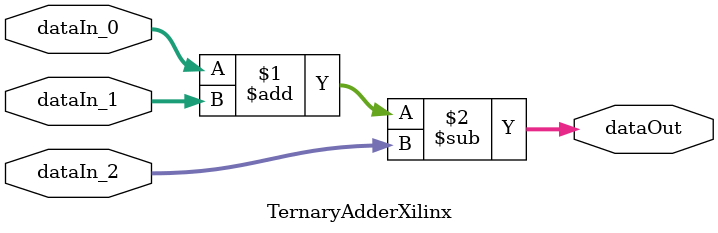
<source format=v>
`timescale 1ns/1ps

module TernaryAdderXilinx
# (
  parameter width = 8
)
(
  input      [width - 1:0]    dataIn_0,
  input      [width - 1:0]    dataIn_1,
  input      [width - 1:0]    dataIn_2,
  output     [width + 1:0]    dataOut
);

  assign dataOut = dataIn_0 + dataIn_1 - dataIn_2;

endmodule

</source>
